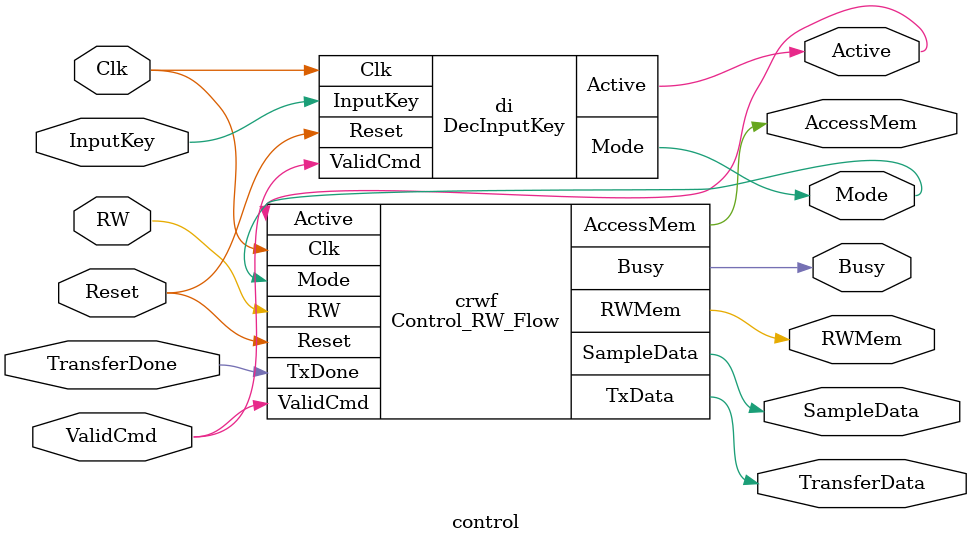
<source format=sv>
module DecInputKey(input ValidCmd, InputKey, Reset, Clk,
                   output reg Active, Mode);
  
  reg[6:0]state;
  
  initial begin
    state = 7'b0000001;
    Active = 0;
    Mode = 0;
  end
  
  always@(posedge Clk)
    begin
      if(Reset)//nou
        state=7'h1;//nou
      state[0] <= (state[0] | state[2]) & ~(ValidCmd & InputKey & ~Reset) |
      (state[1] |state[3]) & ~(ValidCmd & ~InputKey & ~Reset) |
      state[4] & ~(ValidCmd & ~Reset) |
      (state[5] | state[6]) & Reset;
      state[1] <= state[0] & ValidCmd & InputKey & ~Reset;
      state[2] <= state[1] & ValidCmd & ~InputKey & ~Reset;
      state[3] <= state[2] & ValidCmd & InputKey & ~Reset;
      state[4] <= state[3] & ValidCmd & ~InputKey & ~Reset;
      state[5] <= (state[4] & ValidCmd & ~InputKey | state[5]) & ~Reset;
      state[6] <= (state[4] & ValidCmd & InputKey | state[6]) & ~Reset;
      Active <= state[5] | state[6];
      Mode<= state[6];
    end
  
endmodule

module Control_RW_Flow(input ValidCmd, RW, Reset, TxDone, Active, Mode, Clk,
                       output reg AccessMem, RWMem, SampleData, TxData, Busy);
  
  reg[6:0] s;
  
  initial begin
    s = 7'b0000001;
    AccessMem = 0;
    RWMem = 0;
    SampleData = 0;
    TxData = 0;
    Busy = 0;
  end
  
  always@(posedge Clk)
    begin
      s[0] <= s[0] & ~(ValidCmd & ~Reset & Active) | (s[1] | s[2]) & ~(~Reset & Active & Mode) |
      s[3] & ~(~Reset & ~TxDone & Active & Mode) | s[4] | s[5] & ~(~Reset& Active & ~Mode) |
      	s[6] & ~(~Reset & ~TxDone & Active & ~Mode);
      s[1] <= s[0] & ValidCmd & ~RW & ~Reset & Active & Mode;
      s[2] <= s[1] & ~Reset & Active & Mode;
      s[3] <= s[2] & ~Reset & Active & Mode | s[3] & ~Reset & ~TxDone & Active & Mode;
      s[4] <= s[0] & ValidCmd & RW & ~Reset & Active & Mode;
      s[5] <= s[0] & ValidCmd & ~Reset & Active & ~Mode;
      s[6] <= s[5] & ~Reset & Active & ~Mode | s[6] & ~Reset & ~TxDone & Active & ~Mode;
      
      AccessMem <= s[1] | s[4];
      RWMem <= s[4];
      SampleData <= s[2] | s[5];
      TxData <= s[3] | s[6];
      Busy = ~s[0];
      
    end
  
endmodule

module control(input InputKey, Clk, ValidCmd, Reset, RW, TransferDone,
               output Active, Busy, RWMem, AccessMem, Mode, SampleData, TransferData);
  
  DecInputKey di (.ValidCmd(ValidCmd),
                  .InputKey(InputKey),
                  .Reset(Reset),
                  .Clk(Clk),
                  .Active(Active),
                  .Mode(Mode));
  
  Control_RW_Flow crwf (.ValidCmd(ValidCmd),
                        .RW(RW),
                        .Reset(Reset),
                        .TxDone(TransferDone),
                        .Active(Active),
                        .Mode(Mode),
                        .Clk(Clk),
                        .AccessMem(AccessMem),
                        .RWMem(RWMem),
                        .SampleData(SampleData),
                        .TxData(TransferData),
                        .Busy(Busy));
  
endmodule
</source>
